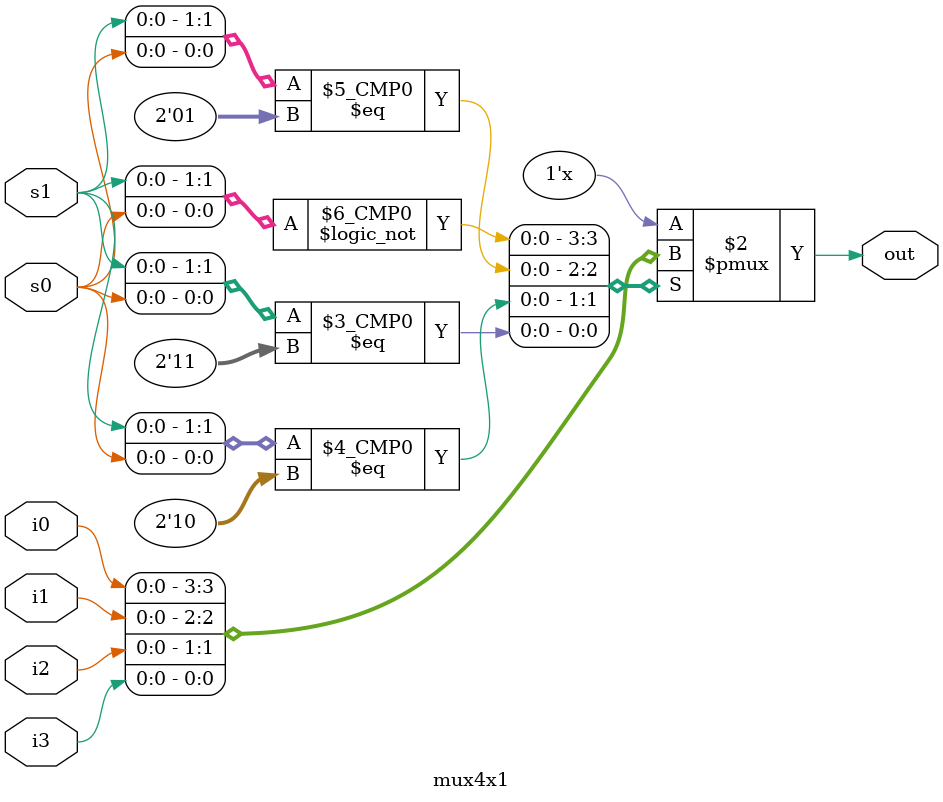
<source format=v>
module mux4x1(out, s1,s0,i0,i1,i2,i3);

input s1,s0,i0,i1,i2,i3;
output out;
reg out;

always @(s1 or s0 or i0 or i1 or i2 or i3) begin
    case({s1,s0})
    2'b00: out = i0;
    2'b01: out = i1;
    2'b10: out = i2;
    2'b11: out = i3;
    default: out = 1'bx;
    endcase
end
endmodule 
</source>
